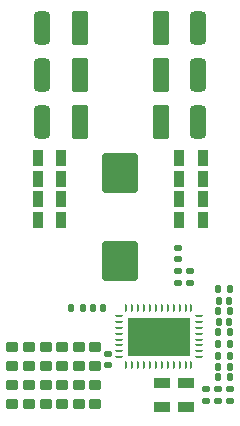
<source format=gtp>
G04*
G04 #@! TF.GenerationSoftware,Altium Limited,Altium Designer,21.2.1 (34)*
G04*
G04 Layer_Color=8421504*
%FSTAX24Y24*%
%MOIN*%
G70*
G04*
G04 #@! TF.SameCoordinates,EB3D7B52-6A9D-4B9E-8443-9CCFCCE6FA82*
G04*
G04*
G04 #@! TF.FilePolarity,Positive*
G04*
G01*
G75*
%ADD15R,0.2087X0.1299*%
G04:AMPARAMS|DCode=16|XSize=9.8mil|YSize=23.6mil|CornerRadius=2.5mil|HoleSize=0mil|Usage=FLASHONLY|Rotation=270.000|XOffset=0mil|YOffset=0mil|HoleType=Round|Shape=RoundedRectangle|*
%AMROUNDEDRECTD16*
21,1,0.0098,0.0187,0,0,270.0*
21,1,0.0049,0.0236,0,0,270.0*
1,1,0.0049,-0.0094,-0.0025*
1,1,0.0049,-0.0094,0.0025*
1,1,0.0049,0.0094,0.0025*
1,1,0.0049,0.0094,-0.0025*
%
%ADD16ROUNDEDRECTD16*%
G04:AMPARAMS|DCode=17|XSize=9.8mil|YSize=23.6mil|CornerRadius=2.5mil|HoleSize=0mil|Usage=FLASHONLY|Rotation=0.000|XOffset=0mil|YOffset=0mil|HoleType=Round|Shape=RoundedRectangle|*
%AMROUNDEDRECTD17*
21,1,0.0098,0.0187,0,0,0.0*
21,1,0.0049,0.0236,0,0,0.0*
1,1,0.0049,0.0025,-0.0094*
1,1,0.0049,-0.0025,-0.0094*
1,1,0.0049,-0.0025,0.0094*
1,1,0.0049,0.0025,0.0094*
%
%ADD17ROUNDEDRECTD17*%
G04:AMPARAMS|DCode=18|XSize=132.5mil|YSize=118.1mil|CornerRadius=5.9mil|HoleSize=0mil|Usage=FLASHONLY|Rotation=90.000|XOffset=0mil|YOffset=0mil|HoleType=Round|Shape=RoundedRectangle|*
%AMROUNDEDRECTD18*
21,1,0.1325,0.1063,0,0,90.0*
21,1,0.1207,0.1181,0,0,90.0*
1,1,0.0118,0.0531,0.0603*
1,1,0.0118,0.0531,-0.0603*
1,1,0.0118,-0.0531,-0.0603*
1,1,0.0118,-0.0531,0.0603*
%
%ADD18ROUNDEDRECTD18*%
G04:AMPARAMS|DCode=19|XSize=23.6mil|YSize=19.7mil|CornerRadius=2mil|HoleSize=0mil|Usage=FLASHONLY|Rotation=90.000|XOffset=0mil|YOffset=0mil|HoleType=Round|Shape=RoundedRectangle|*
%AMROUNDEDRECTD19*
21,1,0.0236,0.0157,0,0,90.0*
21,1,0.0197,0.0197,0,0,90.0*
1,1,0.0039,0.0079,0.0098*
1,1,0.0039,0.0079,-0.0098*
1,1,0.0039,-0.0079,-0.0098*
1,1,0.0039,-0.0079,0.0098*
%
%ADD19ROUNDEDRECTD19*%
G04:AMPARAMS|DCode=20|XSize=37.4mil|YSize=31.5mil|CornerRadius=3.2mil|HoleSize=0mil|Usage=FLASHONLY|Rotation=180.000|XOffset=0mil|YOffset=0mil|HoleType=Round|Shape=RoundedRectangle|*
%AMROUNDEDRECTD20*
21,1,0.0374,0.0252,0,0,180.0*
21,1,0.0311,0.0315,0,0,180.0*
1,1,0.0063,-0.0156,0.0126*
1,1,0.0063,0.0156,0.0126*
1,1,0.0063,0.0156,-0.0126*
1,1,0.0063,-0.0156,-0.0126*
%
%ADD20ROUNDEDRECTD20*%
G04:AMPARAMS|DCode=21|XSize=23.6mil|YSize=19.7mil|CornerRadius=3mil|HoleSize=0mil|Usage=FLASHONLY|Rotation=180.000|XOffset=0mil|YOffset=0mil|HoleType=Round|Shape=RoundedRectangle|*
%AMROUNDEDRECTD21*
21,1,0.0236,0.0138,0,0,180.0*
21,1,0.0177,0.0197,0,0,180.0*
1,1,0.0059,-0.0089,0.0069*
1,1,0.0059,0.0089,0.0069*
1,1,0.0059,0.0089,-0.0069*
1,1,0.0059,-0.0089,-0.0069*
%
%ADD21ROUNDEDRECTD21*%
G04:AMPARAMS|DCode=22|XSize=55.1mil|YSize=110.2mil|CornerRadius=13.8mil|HoleSize=0mil|Usage=FLASHONLY|Rotation=180.000|XOffset=0mil|YOffset=0mil|HoleType=Round|Shape=RoundedRectangle|*
%AMROUNDEDRECTD22*
21,1,0.0551,0.0827,0,0,180.0*
21,1,0.0276,0.1102,0,0,180.0*
1,1,0.0276,-0.0138,0.0413*
1,1,0.0276,0.0138,0.0413*
1,1,0.0276,0.0138,-0.0413*
1,1,0.0276,-0.0138,-0.0413*
%
%ADD22ROUNDEDRECTD22*%
G04:AMPARAMS|DCode=23|XSize=55.1mil|YSize=110.2mil|CornerRadius=2.8mil|HoleSize=0mil|Usage=FLASHONLY|Rotation=180.000|XOffset=0mil|YOffset=0mil|HoleType=Round|Shape=RoundedRectangle|*
%AMROUNDEDRECTD23*
21,1,0.0551,0.1047,0,0,180.0*
21,1,0.0496,0.1102,0,0,180.0*
1,1,0.0055,-0.0248,0.0524*
1,1,0.0055,0.0248,0.0524*
1,1,0.0055,0.0248,-0.0524*
1,1,0.0055,-0.0248,-0.0524*
%
%ADD23ROUNDEDRECTD23*%
G04:AMPARAMS|DCode=24|XSize=55.1mil|YSize=35.4mil|CornerRadius=3.5mil|HoleSize=0mil|Usage=FLASHONLY|Rotation=180.000|XOffset=0mil|YOffset=0mil|HoleType=Round|Shape=RoundedRectangle|*
%AMROUNDEDRECTD24*
21,1,0.0551,0.0283,0,0,180.0*
21,1,0.0480,0.0354,0,0,180.0*
1,1,0.0071,-0.0240,0.0142*
1,1,0.0071,0.0240,0.0142*
1,1,0.0071,0.0240,-0.0142*
1,1,0.0071,-0.0240,-0.0142*
%
%ADD24ROUNDEDRECTD24*%
G04:AMPARAMS|DCode=25|XSize=23.6mil|YSize=19.7mil|CornerRadius=3mil|HoleSize=0mil|Usage=FLASHONLY|Rotation=270.000|XOffset=0mil|YOffset=0mil|HoleType=Round|Shape=RoundedRectangle|*
%AMROUNDEDRECTD25*
21,1,0.0236,0.0138,0,0,270.0*
21,1,0.0177,0.0197,0,0,270.0*
1,1,0.0059,-0.0069,-0.0089*
1,1,0.0059,-0.0069,0.0089*
1,1,0.0059,0.0069,0.0089*
1,1,0.0059,0.0069,-0.0089*
%
%ADD25ROUNDEDRECTD25*%
G04:AMPARAMS|DCode=26|XSize=23.6mil|YSize=19.7mil|CornerRadius=2mil|HoleSize=0mil|Usage=FLASHONLY|Rotation=180.000|XOffset=0mil|YOffset=0mil|HoleType=Round|Shape=RoundedRectangle|*
%AMROUNDEDRECTD26*
21,1,0.0236,0.0157,0,0,180.0*
21,1,0.0197,0.0197,0,0,180.0*
1,1,0.0039,-0.0098,0.0079*
1,1,0.0039,0.0098,0.0079*
1,1,0.0039,0.0098,-0.0079*
1,1,0.0039,-0.0098,-0.0079*
%
%ADD26ROUNDEDRECTD26*%
G04:AMPARAMS|DCode=27|XSize=55.1mil|YSize=35.4mil|CornerRadius=3.5mil|HoleSize=0mil|Usage=FLASHONLY|Rotation=90.000|XOffset=0mil|YOffset=0mil|HoleType=Round|Shape=RoundedRectangle|*
%AMROUNDEDRECTD27*
21,1,0.0551,0.0283,0,0,90.0*
21,1,0.0480,0.0354,0,0,90.0*
1,1,0.0071,0.0142,0.0240*
1,1,0.0071,0.0142,-0.0240*
1,1,0.0071,-0.0142,-0.0240*
1,1,0.0071,-0.0142,0.0240*
%
%ADD27ROUNDEDRECTD27*%
D15*
X043224Y023086D02*
D03*
D16*
X044563Y023775D02*
D03*
Y023578D02*
D03*
Y023381D02*
D03*
Y023184D02*
D03*
Y022987D02*
D03*
Y022791D02*
D03*
Y022594D02*
D03*
Y022397D02*
D03*
X041885D02*
D03*
Y022594D02*
D03*
Y022791D02*
D03*
Y022987D02*
D03*
Y023184D02*
D03*
Y023381D02*
D03*
Y023578D02*
D03*
Y023775D02*
D03*
D17*
X044307Y022141D02*
D03*
X04411D02*
D03*
X043913D02*
D03*
X043716D02*
D03*
X043519D02*
D03*
X043322D02*
D03*
X043126D02*
D03*
X042929D02*
D03*
X042732D02*
D03*
X042535D02*
D03*
X042338D02*
D03*
X042141D02*
D03*
Y024031D02*
D03*
X042338D02*
D03*
X042535D02*
D03*
X042732D02*
D03*
X042929D02*
D03*
X043126D02*
D03*
X043322D02*
D03*
X043519D02*
D03*
X043716D02*
D03*
X043913D02*
D03*
X04411D02*
D03*
X044307D02*
D03*
D18*
X041937Y028535D02*
D03*
X041937Y025612D02*
D03*
D19*
X045586Y02283D02*
D03*
X045193D02*
D03*
X045586Y023224D02*
D03*
X045193D02*
D03*
X045193Y023932D02*
D03*
X045586D02*
D03*
X045586Y022082D02*
D03*
X045193D02*
D03*
X045586Y021728D02*
D03*
X045193D02*
D03*
X045586Y024682D02*
D03*
X045193D02*
D03*
X045193Y022436D02*
D03*
X045586D02*
D03*
X040681Y024031D02*
D03*
X040288D02*
D03*
D20*
X041098Y022091D02*
D03*
Y022721D02*
D03*
X038342Y021461D02*
D03*
Y020831D02*
D03*
X039444D02*
D03*
Y021461D02*
D03*
X038893Y020831D02*
D03*
Y021461D02*
D03*
X039995Y020831D02*
D03*
Y021461D02*
D03*
X040546Y020831D02*
D03*
Y021461D02*
D03*
X041098Y020831D02*
D03*
Y021461D02*
D03*
X038893Y022091D02*
D03*
Y022721D02*
D03*
X039995Y022091D02*
D03*
Y022721D02*
D03*
X038342Y022091D02*
D03*
Y022721D02*
D03*
X039444Y022091D02*
D03*
Y022721D02*
D03*
X040546Y022091D02*
D03*
Y022721D02*
D03*
D21*
X04387Y026023D02*
D03*
Y025669D02*
D03*
X041531Y022504D02*
D03*
Y02215D02*
D03*
D22*
X044535Y033371D02*
D03*
X039339Y030221D02*
D03*
Y031796D02*
D03*
X044535Y030221D02*
D03*
Y031796D02*
D03*
X039339Y033371D02*
D03*
D23*
X043276Y033371D02*
D03*
X040598Y030221D02*
D03*
Y031796D02*
D03*
X043276Y030221D02*
D03*
Y031796D02*
D03*
X040598Y033371D02*
D03*
D24*
X043322Y020752D02*
D03*
Y02154D02*
D03*
X04411Y02154D02*
D03*
Y020752D02*
D03*
D25*
X045567Y023578D02*
D03*
X045212D02*
D03*
Y024287D02*
D03*
X045567D02*
D03*
X04137Y024031D02*
D03*
X041016D02*
D03*
D26*
X044263Y024862D02*
D03*
Y025256D02*
D03*
X044799Y020949D02*
D03*
Y021343D02*
D03*
X045193Y021343D02*
D03*
Y020949D02*
D03*
X045586Y021343D02*
D03*
Y020949D02*
D03*
X04387Y024862D02*
D03*
Y025256D02*
D03*
D27*
X039969Y026974D02*
D03*
X039181D02*
D03*
X039969Y027663D02*
D03*
X039181D02*
D03*
X039969Y028352D02*
D03*
X039181D02*
D03*
X039969Y029041D02*
D03*
X039181D02*
D03*
X044693Y026974D02*
D03*
X043906D02*
D03*
X044693Y027663D02*
D03*
X043906D02*
D03*
X044693Y028352D02*
D03*
X043906D02*
D03*
X044693Y029041D02*
D03*
X043906D02*
D03*
M02*

</source>
